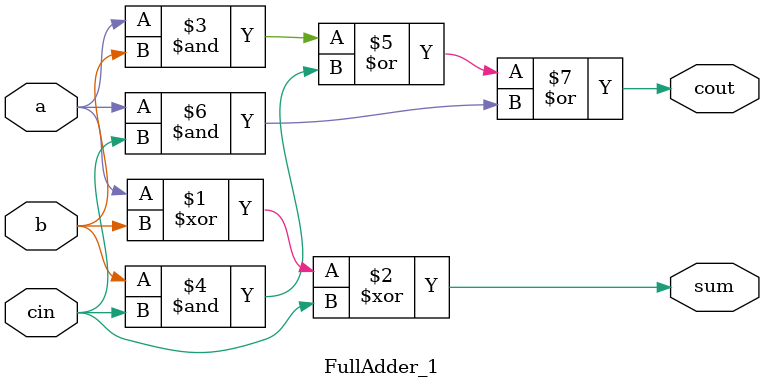
<source format=sv>
module FullAdder_1 (input logic a, b, 
                     input logic cin,
                     output logic sum, 
                     output logic cout
);

    assign sum = a ^ b ^ cin;
    assign cout = (a & b) | (b & cin) | (a & cin);

endmodule



</source>
